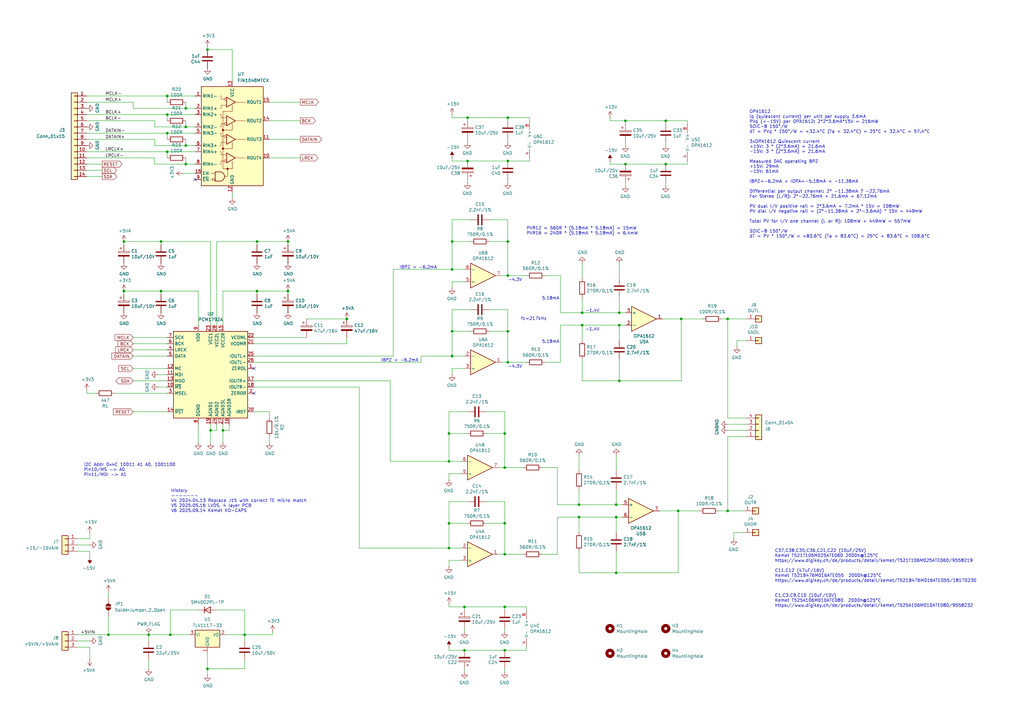
<source format=kicad_sch>
(kicad_sch (version 20250114) (generator "eeschema") (generator_version "9.0")
  (paper "A3")
  (title_block (title "DAC PCM1792A") (date "2025-09-17") (rev "V6"))
  (text "PVR12 = 560R * (5.18mA * 5.18mA) = 15mW\nPVR16 = 240R * (5.18mA * 5.18mA) = 6.4mW\n" (at 215.9 96.52 0) (effects (font (size 1.27 1.27)) (justify left bottom)))
  (text "-4.3V" (at 208.28 151.13 0) (effects (font (size 1.27 1.27)) (justify left bottom)))
  (text "fc=217kHz" (at 218.948 130.81 0) (effects (font (size 1.27 1.27))))
  (text "-1.4V" (at 240.03 128.27 0) (effects (font (size 1.27 1.27)) (justify left bottom)))
  (text "History\n-------\nV4 2024.04.13 Replace J15 with correct TE micro match\nV5 2025.05.16 LVDS, 4 layer PCB\nV6 2025.09.14 Kemet KO-CAPS" (at 70.104 205.486 0) (effects (font (size 1.27 1.27)) (justify left)))
  (text "-1.4V" (at 240.03 135.89 0) (effects (font (size 1.27 1.27)) (justify left bottom)))
  (text "-4.3V" (at 208.28 115.57 0) (effects (font (size 1.27 1.27)) (justify left bottom)))
  (text "5.18mA" (at 222.25 140.97 0) (effects (font (size 1.27 1.27)) (justify left bottom)))
  (text "IBPZ = -6.2mA" (at 156.21 148.59 0) (effects (font (size 1.27 1.27)) (justify left bottom)))
  (text "OPA1612\nIq (quiescent current) per unit per supply 3.6mA\nPVq (+-15V) per OPA1612: 2*2*3.6mA*15V = 216mW\nSOIC-8 150°/W\ndT = PVq * 150°/W = +32.4°C (Ta + 32.4°C) = 25°C + 32.4°C = 57.4°C\n\n3xOPA1612 Quiescent current\n+15V: 3 * (2*3.6mA) = 21.6mA\n-15V: 3 * (2*3.6mA) = 21.6mA\n\nMeasured DAC operating BPZ\n+15V: 29mA\n-15V: 61mA\n\nIBPZ=-6.2mA + IOPA=-5.18mA = -11.38mA\n\nDifferential per output channel: 2* -11.38mA ? -22.76mA\nFor Stereo (L/R): 2*-22.76mA + 21.6mA = 67.12mA\n\nPV dual I/V positive rail = 2*3.6mA = 7.2mA * 15V = 108mW\nPV dial I/V negative rail = (2*-11.38mA + 2*-3.6mA) * 15V = 449mW\n\nTotal PV for I/V one channel (L or R): 108mW + 449mW = 557mW\n\nSOIC-8 150°/W\ndT = PV * 150°/W = +83.6°C (Ta + 83.6°C) = 25°C + 83.6°C = 108.6°C" (at 307.34 97.79 0) (effects (font (size 1.27 1.27)) (justify left bottom)))
  (text "5.18mA" (at 222.25 123.19 0) (effects (font (size 1.27 1.27)) (justify left bottom)))
  (text "I2C Addr 0x4C 10011 A1 A0, 1001100\nPin10/MS -> A0\nPin11/MDI -> A1" (at 34.29 195.58 0) (effects (font (size 1.27 1.27)) (justify left bottom)))
  (text "IBPZ = -6.2mA" (at 163.83 110.49 0) (effects (font (size 1.27 1.27)) (justify left bottom)))
  (text "C37,C38,C35,C36,C21,C22 (10uF/25V)\nKemet T521T106M025ATE060 2000h@125°C\nhttps://www.digikey.ch/de/products/detail/kemet/T521T106M025ATE060/9558219\n\nC11,C12 (47uF/16V)\nKemet T521B476M016ATE055  2000h@125°C\nhttps://www.digikey.ch/de/products/detail/kemet/T521B476M016ATE055/18170230\n\n\nC1,C3,C9,C10 (10uF/10V)\nKemet T525A106M010ATE080  2000h@125°C\nhttps://www.digikey.ch/de/products/detail/kemet/T525A106M010ATE080/9558232\n\n" (at 317.754 238.252 0) (effects (font (size 1.27 1.27)) (justify left)))
  (junction (at 86.36 176.53))
  (junction (at 76.2 59.69))
  (junction (at 252.73 207.01))
  (junction (at 185.42 99.06))
  (junction (at 273.05 49.53))
  (junction (at 256.54 67.31))
  (junction (at 185.42 135.89))
  (junction (at 208.28 148.59))
  (junction (at 91.44 176.53))
  (junction (at 208.28 66.04))
  (junction (at 190.5 248.92))
  (junction (at 273.05 67.31))
  (junction (at 76.2 67.31))
  (junction (at 208.28 113.03))
  (junction (at 278.13 209.55))
  (junction (at 191.77 66.04))
  (junction (at 252.73 212.09))
  (junction (at 191.77 48.26))
  (junction (at 100.33 260.35))
  (junction (at 208.28 99.06))
  (junction (at 184.15 214.63))
  (junction (at 184.15 177.8))
  (junction (at 254 133.35))
  (junction (at 207.01 227.33))
  (junction (at 298.45 209.55))
  (junction (at 85.09 20.32))
  (junction (at 44.45 260.35))
  (junction (at 190.5 266.7))
  (junction (at 254 156.21))
  (junction (at 50.8 119.38))
  (junction (at 105.41 119.38))
  (junction (at 185.42 110.49))
  (junction (at 252.73 234.95))
  (junction (at 68.58 39.37))
  (junction (at 118.11 119.38))
  (junction (at 254 128.27))
  (junction (at 68.58 46.99))
  (junction (at 184.15 189.23))
  (junction (at 85.09 274.32))
  (junction (at 76.2 44.45))
  (junction (at 237.49 212.09))
  (junction (at 118.11 99.06))
  (junction (at 237.49 207.01))
  (junction (at 207.01 214.63))
  (junction (at 184.15 224.79))
  (junction (at 60.96 260.35))
  (junction (at 207.01 266.7))
  (junction (at 69.85 260.35))
  (junction (at 238.76 133.35))
  (junction (at 66.04 99.06))
  (junction (at 76.2 52.07))
  (junction (at 142.24 130.81))
  (junction (at 256.54 49.53))
  (junction (at 207.01 248.92))
  (junction (at 208.28 135.89))
  (junction (at 68.58 54.61))
  (junction (at 238.76 128.27))
  (junction (at 279.4 130.81))
  (junction (at 185.42 146.05))
  (junction (at 50.8 99.06))
  (junction (at 208.28 48.26))
  (junction (at 105.41 99.06))
  (junction (at 207.01 191.77))
  (junction (at 66.04 119.38))
  (junction (at 298.45 130.81))
  (junction (at 68.58 62.23))
  (junction (at 207.01 177.8))
  (no_connect (at 104.14 161.29))
  (no_connect (at 104.14 151.13))
  (no_connect (at 80.01 73.66))
  (wire (pts (xy 44.45 260.35) (xy 60.96 260.35)))
  (wire (pts (xy 91.44 181.61) (xy 91.44 176.53)))
  (wire (pts (xy 184.15 177.8) (xy 191.77 177.8)))
  (wire (pts (xy 31.75 220.98) (xy 36.83 220.98)))
  (wire (pts (xy 68.58 62.23) (xy 68.58 64.77)))
  (wire (pts (xy 184.15 205.74) (xy 184.15 214.63)))
  (wire (pts (xy 76.2 59.69) (xy 80.01 59.69)))
  (wire (pts (xy 105.41 119.38) (xy 118.11 119.38)))
  (wire (pts (xy 254 128.27) (xy 238.76 128.27)))
  (wire (pts (xy 95.25 33.02) (xy 95.25 20.32)))
  (wire (pts (xy 252.73 234.95) (xy 252.73 226.06)))
  (wire (pts (xy 217.17 64.77) (xy 217.17 66.04)))
  (wire (pts (xy 35.56 57.15) (xy 63.5 57.15)))
  (wire (pts (xy 217.17 66.04) (xy 208.28 66.04)))
  (wire (pts (xy 278.13 234.95) (xy 252.73 234.95)))
  (wire (pts (xy 74.93 71.12) (xy 80.01 71.12)))
  (wire (pts (xy 81.28 119.38) (xy 66.04 119.38)))
  (wire (pts (xy 208.28 127) (xy 200.66 127)))
  (wire (pts (xy 68.58 39.37) (xy 68.58 41.91)))
  (wire (pts (xy 64.77 158.75) (xy 68.58 158.75)))
  (wire (pts (xy 281.94 67.31) (xy 273.05 67.31)))
  (wire (pts (xy 110.49 171.45) (xy 110.49 168.91)))
  (wire (pts (xy 184.15 224.79) (xy 189.23 224.79)))
  (wire (pts (xy 54.61 44.45) (xy 76.2 44.45)))
  (wire (pts (xy 254 156.21) (xy 254 147.32)))
  (wire (pts (xy 35.56 161.29) (xy 35.56 160.02)))
  (wire (pts (xy 76.2 57.15) (xy 76.2 59.69)))
  (wire (pts (xy 208.28 48.26) (xy 208.28 49.53)))
  (wire (pts (xy 223.52 148.59) (xy 229.87 148.59)))
  (wire (pts (xy 298.45 176.53) (xy 306.07 176.53)))
  (wire (pts (xy 60.96 262.89) (xy 60.96 260.35)))
  (wire (pts (xy 279.4 130.81) (xy 279.4 156.21)))
  (wire (pts (xy 215.9 250.19) (xy 215.9 248.92)))
  (wire (pts (xy 184.15 189.23) (xy 184.15 177.8)))
  (wire (pts (xy 66.04 119.38) (xy 50.8 119.38)))
  (wire (pts (xy 214.63 191.77) (xy 207.01 191.77)))
  (wire (pts (xy 207.01 227.33) (xy 204.47 227.33)))
  (wire (pts (xy 105.41 99.06) (xy 105.41 100.33)))
  (wire (pts (xy 54.61 168.91) (xy 68.58 168.91)))
  (wire (pts (xy 222.25 191.77) (xy 228.6 191.77)))
  (wire (pts (xy 100.33 260.35) (xy 111.76 260.35)))
  (wire (pts (xy 68.58 54.61) (xy 68.58 57.15)))
  (wire (pts (xy 147.32 224.79) (xy 147.32 158.75)))
  (wire (pts (xy 184.15 229.87) (xy 184.15 232.41)))
  (wire (pts (xy 105.41 119.38) (xy 105.41 120.65)))
  (wire (pts (xy 256.54 49.53) (xy 250.19 49.53)))
  (wire (pts (xy 81.28 250.19) (xy 69.85 250.19)))
  (wire (pts (xy 35.56 62.23) (xy 68.58 62.23)))
  (wire (pts (xy 104.14 140.97) (xy 142.24 140.97)))
  (wire (pts (xy 54.61 143.51) (xy 68.58 143.51)))
  (wire (pts (xy 254 121.92) (xy 254 128.27)))
  (wire (pts (xy 302.26 142.24) (xy 302.26 139.7)))
  (wire (pts (xy 104.14 148.59) (xy 172.72 148.59)))
  (wire (pts (xy 252.73 200.66) (xy 252.73 207.01)))
  (wire (pts (xy 110.49 168.91) (xy 104.14 168.91)))
  (wire (pts (xy 214.63 227.33) (xy 207.01 227.33)))
  (wire (pts (xy 229.87 113.03) (xy 229.87 128.27)))
  (wire (pts (xy 88.9 99.06) (xy 105.41 99.06)))
  (wire (pts (xy 185.42 135.89) (xy 185.42 146.05)))
  (wire (pts (xy 207.01 275.59) (xy 207.01 274.32)))
  (wire (pts (xy 208.28 48.26) (xy 191.77 48.26)))
  (wire (pts (xy 95.25 78.74) (xy 95.25 81.28)))
  (wire (pts (xy 256.54 49.53) (xy 256.54 50.8)))
  (wire (pts (xy 185.42 146.05) (xy 190.5 146.05)))
  (wire (pts (xy 69.85 260.35) (xy 77.47 260.35)))
  (wire (pts (xy 69.85 250.19) (xy 69.85 260.35)))
  (wire (pts (xy 298.45 173.99) (xy 306.07 173.99)))
  (wire (pts (xy 298.45 209.55) (xy 304.8 209.55)))
  (wire (pts (xy 35.56 72.39) (xy 41.91 72.39)))
  (wire (pts (xy 63.5 52.07) (xy 76.2 52.07)))
  (wire (pts (xy 207.01 214.63) (xy 207.01 205.74)))
  (wire (pts (xy 184.15 248.92) (xy 184.15 247.65)))
  (wire (pts (xy 190.5 115.57) (xy 185.42 115.57)))
  (wire (pts (xy 184.15 168.91) (xy 184.15 177.8)))
  (wire (pts (xy 184.15 194.31) (xy 184.15 196.85)))
  (wire (pts (xy 76.2 52.07) (xy 80.01 52.07)))
  (wire (pts (xy 35.56 54.61) (xy 68.58 54.61)))
  (wire (pts (xy 190.5 259.08) (xy 190.5 257.81)))
  (wire (pts (xy 68.58 46.99) (xy 68.58 49.53)))
  (wire (pts (xy 100.33 260.35) (xy 100.33 250.19)))
  (wire (pts (xy 273.05 49.53) (xy 273.05 50.8)))
  (wire (pts (xy 207.01 168.91) (xy 199.39 168.91)))
  (wire (pts (xy 207.01 214.63) (xy 207.01 227.33)))
  (wire (pts (xy 229.87 148.59) (xy 229.87 133.35)))
  (wire (pts (xy 36.83 226.06) (xy 31.75 226.06)))
  (wire (pts (xy 191.77 214.63) (xy 184.15 214.63)))
  (wire (pts (xy 191.77 168.91) (xy 184.15 168.91)))
  (wire (pts (xy 228.6 191.77) (xy 228.6 207.01)))
  (wire (pts (xy 110.49 181.61) (xy 110.49 179.07)))
  (wire (pts (xy 63.5 49.53) (xy 63.5 52.07)))
  (wire (pts (xy 281.94 50.8) (xy 281.94 49.53)))
  (wire (pts (xy 306.07 171.45) (xy 298.45 171.45)))
  (wire (pts (xy 86.36 181.61) (xy 86.36 176.53)))
  (wire (pts (xy 189.23 194.31) (xy 184.15 194.31)))
  (wire (pts (xy 85.09 267.97) (xy 85.09 274.32)))
  (wire (pts (xy 215.9 265.43) (xy 215.9 266.7)))
  (wire (pts (xy 193.04 135.89) (xy 185.42 135.89)))
  (wire (pts (xy 185.42 151.13) (xy 185.42 153.67)))
  (wire (pts (xy 229.87 133.35) (xy 238.76 133.35)))
  (wire (pts (xy 118.11 99.06) (xy 118.11 100.33)))
  (wire (pts (xy 273.05 76.2) (xy 273.05 74.93)))
  (wire (pts (xy 125.73 130.81) (xy 142.24 130.81)))
  (wire (pts (xy 68.58 62.23) (xy 80.01 62.23)))
  (wire (pts (xy 68.58 54.61) (xy 80.01 54.61)))
  (wire (pts (xy 237.49 212.09) (xy 237.49 218.44)))
  (wire (pts (xy 35.56 64.77) (xy 63.5 64.77)))
  (wire (pts (xy 208.28 66.04) (xy 191.77 66.04)))
  (wire (pts (xy 193.04 90.17) (xy 185.42 90.17)))
  (wire (pts (xy 160.02 189.23) (xy 184.15 189.23)))
  (wire (pts (xy 237.49 234.95) (xy 252.73 234.95)))
  (wire (pts (xy 190.5 248.92) (xy 190.5 250.19)))
  (wire (pts (xy 31.75 223.52) (xy 36.83 223.52)))
  (wire (pts (xy 191.77 74.93) (xy 191.77 73.66)))
  (wire (pts (xy 238.76 128.27) (xy 238.76 121.92)))
  (wire (pts (xy 118.11 119.38) (xy 118.11 120.65)))
  (wire (pts (xy 190.5 110.49) (xy 185.42 110.49)))
  (wire (pts (xy 88.9 176.53) (xy 88.9 173.99)))
  (wire (pts (xy 85.09 19.05) (xy 85.09 20.32)))
  (wire (pts (xy 142.24 140.97) (xy 142.24 138.43)))
  (wire (pts (xy 252.73 193.04) (xy 252.73 186.69)))
  (wire (pts (xy 252.73 207.01) (xy 237.49 207.01)))
  (wire (pts (xy 208.28 90.17) (xy 200.66 90.17)))
  (wire (pts (xy 147.32 158.75) (xy 104.14 158.75)))
  (wire (pts (xy 254 114.3) (xy 254 107.95)))
  (wire (pts (xy 76.2 41.91) (xy 76.2 44.45)))
  (wire (pts (xy 200.66 135.89) (xy 208.28 135.89)))
  (wire (pts (xy 81.28 133.35) (xy 81.28 119.38)))
  (wire (pts (xy 36.83 220.98) (xy 36.83 218.44)))
  (wire (pts (xy 44.45 252.73) (xy 44.45 260.35)))
  (wire (pts (xy 172.72 148.59) (xy 172.72 146.05)))
  (wire (pts (xy 190.5 151.13) (xy 185.42 151.13)))
  (wire (pts (xy 110.49 49.53) (xy 123.19 49.53)))
  (wire (pts (xy 254 133.35) (xy 256.54 133.35)))
  (wire (pts (xy 217.17 49.53) (xy 217.17 48.26)))
  (wire (pts (xy 273.05 49.53) (xy 256.54 49.53)))
  (wire (pts (xy 270.51 209.55) (xy 278.13 209.55)))
  (wire (pts (xy 207.01 259.08) (xy 207.01 257.81)))
  (wire (pts (xy 189.23 229.87) (xy 184.15 229.87)))
  (wire (pts (xy 191.77 58.42) (xy 191.77 57.15)))
  (wire (pts (xy 207.01 191.77) (xy 204.47 191.77)))
  (wire (pts (xy 193.04 127) (xy 185.42 127)))
  (wire (pts (xy 46.99 161.29) (xy 68.58 161.29)))
  (wire (pts (xy 100.33 250.19) (xy 88.9 250.19)))
  (wire (pts (xy 208.28 99.06) (xy 208.28 90.17)))
  (wire (pts (xy 207.01 266.7) (xy 190.5 266.7)))
  (wire (pts (xy 191.77 48.26) (xy 191.77 49.53)))
  (wire (pts (xy 228.6 227.33) (xy 228.6 212.09)))
  (wire (pts (xy 35.56 41.91) (xy 54.61 41.91)))
  (wire (pts (xy 279.4 130.81) (xy 288.29 130.81)))
  (wire (pts (xy 238.76 147.32) (xy 238.76 156.21)))
  (wire (pts (xy 199.39 214.63) (xy 207.01 214.63)))
  (wire (pts (xy 199.39 177.8) (xy 207.01 177.8)))
  (wire (pts (xy 111.76 260.35) (xy 111.76 259.08)))
  (wire (pts (xy 191.77 48.26) (xy 185.42 48.26)))
  (wire (pts (xy 254 139.7) (xy 254 133.35)))
  (wire (pts (xy 238.76 114.3) (xy 238.76 107.95)))
  (wire (pts (xy 36.83 265.43) (xy 31.75 265.43)))
  (wire (pts (xy 35.56 49.53) (xy 63.5 49.53)))
  (wire (pts (xy 31.75 260.35) (xy 44.45 260.35)))
  (wire (pts (xy 298.45 179.07) (xy 298.45 209.55)))
  (wire (pts (xy 63.5 64.77) (xy 63.5 67.31)))
  (wire (pts (xy 185.42 110.49) (xy 185.42 99.06)))
  (wire (pts (xy 208.28 135.89) (xy 208.28 127)))
  (wire (pts (xy 215.9 248.92) (xy 207.01 248.92)))
  (wire (pts (xy 190.5 248.92) (xy 184.15 248.92)))
  (wire (pts (xy 85.09 276.86) (xy 85.09 274.32)))
  (wire (pts (xy 238.76 133.35) (xy 254 133.35)))
  (wire (pts (xy 185.42 99.06) (xy 193.04 99.06)))
  (wire (pts (xy 76.2 67.31) (xy 80.01 67.31)))
  (wire (pts (xy 278.13 209.55) (xy 287.02 209.55)))
  (wire (pts (xy 281.94 66.04) (xy 281.94 67.31)))
  (wire (pts (xy 68.58 46.99) (xy 80.01 46.99)))
  (wire (pts (xy 295.91 130.81) (xy 298.45 130.81)))
  (wire (pts (xy 85.09 274.32) (xy 100.33 274.32)))
  (wire (pts (xy 54.61 138.43) (xy 68.58 138.43)))
  (wire (pts (xy 207.01 248.92) (xy 207.01 250.19)))
  (wire (pts (xy 93.98 176.53) (xy 93.98 173.99)))
  (wire (pts (xy 63.5 67.31) (xy 76.2 67.31)))
  (wire (pts (xy 66.04 99.06) (xy 86.36 99.06)))
  (wire (pts (xy 50.8 119.38) (xy 50.8 120.65)))
  (wire (pts (xy 100.33 274.32) (xy 100.33 270.51)))
  (wire (pts (xy 54.61 151.13) (xy 68.58 151.13)))
  (wire (pts (xy 161.29 110.49) (xy 185.42 110.49)))
  (wire (pts (xy 200.66 99.06) (xy 208.28 99.06)))
  (wire (pts (xy 298.45 171.45) (xy 298.45 130.81)))
  (wire (pts (xy 184.15 266.7) (xy 184.15 265.43)))
  (wire (pts (xy 237.49 207.01) (xy 237.49 200.66)))
  (wire (pts (xy 208.28 148.59) (xy 205.74 148.59)))
  (wire (pts (xy 86.36 176.53) (xy 88.9 176.53)))
  (wire (pts (xy 91.44 133.35) (xy 91.44 119.38)))
  (wire (pts (xy 256.54 59.69) (xy 256.54 58.42)))
  (wire (pts (xy 185.42 66.04) (xy 185.42 64.77)))
  (wire (pts (xy 273.05 59.69) (xy 273.05 58.42)))
  (wire (pts (xy 86.36 133.35) (xy 86.36 99.06)))
  (wire (pts (xy 54.61 140.97) (xy 68.58 140.97)))
  (wire (pts (xy 91.44 119.38) (xy 105.41 119.38)))
  (wire (pts (xy 191.77 205.74) (xy 184.15 205.74)))
  (wire (pts (xy 110.49 41.91) (xy 123.19 41.91)))
  (wire (pts (xy 215.9 113.03) (xy 208.28 113.03)))
  (wire (pts (xy 31.75 262.89) (xy 36.83 262.89)))
  (wire (pts (xy 92.71 260.35) (xy 100.33 260.35)))
  (wire (pts (xy 64.77 153.67) (xy 68.58 153.67)))
  (wire (pts (xy 35.56 67.31) (xy 41.91 67.31)))
  (wire (pts (xy 190.5 275.59) (xy 190.5 274.32)))
  (wire (pts (xy 36.83 228.6) (xy 36.83 226.06)))
  (wire (pts (xy 104.14 156.21) (xy 160.02 156.21)))
  (wire (pts (xy 208.28 113.03) (xy 205.74 113.03)))
  (wire (pts (xy 252.73 218.44) (xy 252.73 212.09)))
  (wire (pts (xy 44.45 242.57) (xy 44.45 245.11)))
  (wire (pts (xy 185.42 127) (xy 185.42 135.89)))
  (wire (pts (xy 185.42 48.26) (xy 185.42 46.99)))
  (wire (pts (xy 76.2 44.45) (xy 80.01 44.45)))
  (wire (pts (xy 184.15 224.79) (xy 147.32 224.79)))
  (wire (pts (xy 36.83 265.43) (xy 36.83 270.51)))
  (wire (pts (xy 208.28 99.06) (xy 208.28 113.03)))
  (wire (pts (xy 208.28 135.89) (xy 208.28 148.59)))
  (wire (pts (xy 68.58 156.21) (xy 54.61 156.21)))
  (wire (pts (xy 237.49 212.09) (xy 252.73 212.09)))
  (wire (pts (xy 252.73 212.09) (xy 255.27 212.09)))
  (wire (pts (xy 256.54 76.2) (xy 256.54 74.93)))
  (wire (pts (xy 215.9 266.7) (xy 207.01 266.7)))
  (wire (pts (xy 238.76 133.35) (xy 238.76 139.7)))
  (wire (pts (xy 278.13 209.55) (xy 278.13 234.95)))
  (wire (pts (xy 88.9 133.35) (xy 88.9 99.06)))
  (wire (pts (xy 54.61 41.91) (xy 54.61 44.45)))
  (wire (pts (xy 60.96 274.32) (xy 60.96 270.51)))
  (wire (pts (xy 190.5 266.7) (xy 184.15 266.7)))
  (wire (pts (xy 191.77 66.04) (xy 185.42 66.04)))
  (wire (pts (xy 273.05 67.31) (xy 256.54 67.31)))
  (wire (pts (xy 68.58 39.37) (xy 80.01 39.37)))
  (wire (pts (xy 63.5 59.69) (xy 76.2 59.69)))
  (wire (pts (xy 91.44 176.53) (xy 93.98 176.53)))
  (wire (pts (xy 215.9 148.59) (xy 208.28 148.59)))
  (wire (pts (xy 110.49 57.15) (xy 123.19 57.15)))
  (wire (pts (xy 95.25 20.32) (xy 85.09 20.32)))
  (wire (pts (xy 185.42 115.57) (xy 185.42 118.11)))
  (wire (pts (xy 250.19 49.53) (xy 250.19 48.26)))
  (wire (pts (xy 229.87 128.27) (xy 238.76 128.27)))
  (wire (pts (xy 161.29 146.05) (xy 161.29 110.49)))
  (wire (pts (xy 184.15 214.63) (xy 184.15 224.79)))
  (wire (pts (xy 160.02 156.21) (xy 160.02 189.23)))
  (wire (pts (xy 250.19 67.31) (xy 250.19 66.04)))
  (wire (pts (xy 39.37 161.29) (xy 35.56 161.29)))
  (wire (pts (xy 207.01 177.8) (xy 207.01 168.91)))
  (wire (pts (xy 104.14 146.05) (xy 161.29 146.05)))
  (wire (pts (xy 256.54 128.27) (xy 254 128.27)))
  (wire (pts (xy 281.94 49.53) (xy 273.05 49.53)))
  (wire (pts (xy 294.64 209.55) (xy 298.45 209.55)))
  (wire (pts (xy 237.49 193.04) (xy 237.49 186.69)))
  (wire (pts (xy 100.33 262.89) (xy 100.33 260.35)))
  (wire (pts (xy 35.56 46.99) (xy 68.58 46.99)))
  (wire (pts (xy 81.28 181.61) (xy 81.28 173.99)))
  (wire (pts (xy 54.61 146.05) (xy 68.58 146.05)))
  (wire (pts (xy 255.27 207.01) (xy 252.73 207.01)))
  (wire (pts (xy 207.01 177.8) (xy 207.01 191.77)))
  (wire (pts (xy 238.76 156.21) (xy 254 156.21)))
  (wire (pts (xy 300.99 220.98) (xy 300.99 218.44)))
  (wire (pts (xy 172.72 146.05) (xy 185.42 146.05)))
  (wire (pts (xy 63.5 57.15) (xy 63.5 59.69)))
  (wire (pts (xy 298.45 130.81) (xy 306.07 130.81)))
  (wire (pts (xy 271.78 130.81) (xy 279.4 130.81)))
  (wire (pts (xy 86.36 176.53) (xy 86.36 173.99)))
  (wire (pts (xy 35.56 69.85) (xy 41.91 69.85)))
  (wire (pts (xy 222.25 227.33) (xy 228.6 227.33)))
  (wire (pts (xy 207.01 205.74) (xy 199.39 205.74)))
  (wire (pts (xy 60.96 260.35) (xy 69.85 260.35)))
  (wire (pts (xy 76.2 64.77) (xy 76.2 67.31)))
  (wire (pts (xy 189.23 189.23) (xy 184.15 189.23)))
  (wire (pts (xy 228.6 207.01) (xy 237.49 207.01)))
  (wire (pts (xy 76.2 49.53) (xy 76.2 52.07)))
  (wire (pts (xy 208.28 58.42) (xy 208.28 57.15)))
  (wire (pts (xy 223.52 113.03) (xy 229.87 113.03)))
  (wire (pts (xy 91.44 176.53) (xy 91.44 173.99)))
  (wire (pts (xy 125.73 138.43) (xy 104.14 138.43)))
  (wire (pts (xy 237.49 226.06) (xy 237.49 234.95)))
  (wire (pts (xy 228.6 212.09) (xy 237.49 212.09)))
  (wire (pts (xy 279.4 156.21) (xy 254 156.21)))
  (wire (pts (xy 256.54 67.31) (xy 250.19 67.31)))
  (wire (pts (xy 50.8 99.06) (xy 50.8 100.33)))
  (wire (pts (xy 217.17 48.26) (xy 208.28 48.26)))
  (wire (pts (xy 66.04 120.65) (xy 66.04 119.38)))
  (wire (pts (xy 207.01 248.92) (xy 190.5 248.92)))
  (wire (pts (xy 66.04 99.06) (xy 50.8 99.06)))
  (wire (pts (xy 185.42 90.17) (xy 185.42 99.06)))
  (wire (pts (xy 35.56 39.37) (xy 68.58 39.37)))
  (wire (pts (xy 306.07 179.07) (xy 298.45 179.07)))
  (wire (pts (xy 300.99 218.44) (xy 304.8 218.44)))
  (wire (pts (xy 208.28 74.93) (xy 208.28 73.66)))
  (wire (pts (xy 105.41 99.06) (xy 118.11 99.06)))
  (wire (pts (xy 66.04 100.33) (xy 66.04 99.06)))
  (wire (pts (xy 302.26 139.7) (xy 306.07 139.7)))
  (wire (pts (xy 110.49 64.77) (xy 123.19 64.77)))
  (label "LRCLK+" (at 43.18 62.23 0))
  (label "DATAIN+" (at 43.18 57.15 0))
  (label "+5VIN" (at 33.02 260.35 0))
  (label "BCLK+" (at 43.18 46.99 0))
  (label "MCLK-" (at 43.18 39.37 0))
  (label "DATAIN-" (at 43.18 54.61 0))
  (label "LRCLK-" (at 43.18 64.77 0))
  (label "MCLK+" (at 43.18 41.91 0))
  (label "BCLK-" (at 43.18 49.53 0))
  (global_label "MCLK" (shape output) (at 123.19 41.91 0) (property "Intersheetrefs" "${INTERSHEET_REFS}" (effects (hide yes))))
  (global_label "DATAIN" (shape input) (at 54.61 146.05 180) (property "Intersheetrefs" "${INTERSHEET_REFS}" (effects (hide yes))))
  (global_label "LRCK" (shape input) (at 54.61 143.51 180) (property "Intersheetrefs" "${INTERSHEET_REFS}" (effects (hide yes))))
  (global_label "LRCK" (shape output) (at 123.19 64.77 0) (property "Intersheetrefs" "${INTERSHEET_REFS}" (effects (hide yes))))
  (global_label "BCK" (shape output) (at 123.19 49.53 0) (property "Intersheetrefs" "${INTERSHEET_REFS}" (effects (hide yes))))
  (global_label "MCLK" (shape input) (at 54.61 138.43 180) (property "Intersheetrefs" "${INTERSHEET_REFS}" (effects (hide yes))))
  (global_label "BCK" (shape input) (at 54.61 140.97 180) (property "Intersheetrefs" "${INTERSHEET_REFS}" (effects (hide yes))))
  (global_label "SCL" (shape input) (at 54.61 151.13 180) (property "Intersheetrefs" "${INTERSHEET_REFS}" (effects (hide yes))))
  (global_label "SDA" (shape output) (at 41.91 72.39 0) (property "Intersheetrefs" "${INTERSHEET_REFS}" (effects (hide yes))))
  (global_label "SDA" (shape bidirectional) (at 54.61 156.21 180) (property "Intersheetrefs" "${INTERSHEET_REFS}" (effects (hide yes))))
  (global_label "DATAIN" (shape output) (at 123.19 57.15 0) (property "Intersheetrefs" "${INTERSHEET_REFS}" (effects (hide yes))))
  (global_label "RESET" (shape input) (at 54.61 168.91 180) (property "Intersheetrefs" "${INTERSHEET_REFS}" (effects (hide yes))))
  (global_label "SCL" (shape output) (at 41.91 69.85 0) (property "Intersheetrefs" "${INTERSHEET_REFS}" (effects (hide yes))))
  (global_label "RESET" (shape output) (at 41.91 67.31 0) (property "Intersheetrefs" "${INTERSHEET_REFS}" (effects (hide yes))))
  (symbol (lib_id "Mechanical:MountingHole") (at 250.19 257.81 0) (unit 1)
    (property "Reference" "H1" (at 252.73 256.6416 0) (effects (justify left)))
    (property "Value" "MountingHole" (at 252.73 258.953 0) (effects (justify left)))
    (property "Footprint" "MountingHole:MountingHole_3.2mm_M3_Pad_Via" (effects (hide yes)))
  )
  (symbol (lib_id "Mechanical:MountingHole") (at 273.05 257.81 0) (unit 1)
    (property "Reference" "H3" (at 275.59 256.6416 0) (effects (justify left)))
    (property "Value" "MountingHole" (at 275.59 258.953 0) (effects (justify left)))
    (property "Footprint" "MountingHole:MountingHole_3.2mm_M3_Pad_Via" (effects (hide yes)))
  )
  (symbol (lib_id "Mechanical:MountingHole") (at 250.19 267.97 0) (unit 1)
    (property "Reference" "H2" (at 252.73 266.8016 0) (effects (justify left)))
    (property "Value" "MountingHole" (at 252.73 269.113 0) (effects (justify left)))
    (property "Footprint" "MountingHole:MountingHole_3.2mm_M3_Pad_Via" (effects (hide yes)))
  )
  (symbol (lib_id "Mechanical:MountingHole") (at 273.05 267.97 0) (unit 1)
    (property "Reference" "H4" (at 275.59 266.8016 0) (effects (justify left)))
    (property "Value" "MountingHole" (at 275.59 269.113 0) (effects (justify left)))
    (property "Footprint" "MountingHole:MountingHole_3.2mm_M3_Pad_Via" (effects (hide yes)))
  )
  (symbol (lib_id "power:PWR_FLAG") (at 60.96 260.35 0) (unit 1)
    (property "Reference" "#FLG0102" (effects (hide yes)))
    (property "Value" "PWR_FLAG" (at 60.96 255.9558 0))
    (property "Description" "Special symbol for telling ERC where power comes from" (effects (hide yes)))
  )
  (symbol (lib_id "power:GND") (at 85.09 276.86 0) (unit 1)
    (property "Reference" "#PWR0102" (effects (hide yes)))
    (property "Value" "GND" (at 85.217 281.2542 0))
    (property "Description" "Power symbol creates a global label with name \"GND\" , ground" (effects (hide yes)))
  )
  (symbol (lib_id "Device:C_Polarized") (at 256.54 54.61 0) (unit 1)
    (property "Reference" "C35" (at 259.5372 53.4416 0) (effects (justify left)))
    (property "Value" "10uF/25V" (at 259.5372 55.753 0) (effects (justify left)))
    (property "Footprint" "Capacitor_Tantalum_SMD:CP_EIA-3528-12_Kemet-T_HandSolder" (effects (hide yes)))
    (property "Datasheet" "https://www.digikey.ch/de/products/detail/kemet/T521T106M025ATE060/9558219" (effects (hide yes)))
    (property "Description" "Polarized capacitor" (effects (hide yes)))
  )
  (symbol (lib_id "Device:C_Polarized") (at 256.54 71.12 180) (unit 1)
    (property "Reference" "C36" (at 253.5428 72.2884 0) (effects (justify left)))
    (property "Value" "10uF/25V" (at 253.5428 69.977 0) (effects (justify left)))
    (property "Footprint" "Capacitor_Tantalum_SMD:CP_EIA-3528-12_Kemet-T_HandSolder" (effects (hide yes)))
    (property "Datasheet" "https://www.digikey.ch/de/products/detail/kemet/T521T106M025ATE060/9558219" (effects (hide yes)))
    (property "Description" "Polarized capacitor" (effects (hide yes)))
  )
  (symbol (lib_id "Device:C") (at 273.05 54.61 0) (unit 1)
    (property "Reference" "C33" (at 275.971 53.4416 0) (effects (justify left)))
    (property "Value" "1uF" (at 275.971 55.753 0) (effects (justify left)))
    (property "Footprint" "Capacitor_SMD:C_0603_1608Metric_Pad1.08x0.95mm_HandSolder" (effects (hide yes)))
  )
  (symbol (lib_id "Device:C") (at 273.05 71.12 180) (unit 1)
    (property "Reference" "C34" (at 270.129 72.2884 0) (effects (justify left)))
    (property "Value" "1uF" (at 270.129 69.977 0) (effects (justify left)))
    (property "Footprint" "Capacitor_SMD:C_0603_1608Metric_Pad1.08x0.95mm_HandSolder" (effects (hide yes)))
  )
  (symbol (lib_id "Amplifier_Operational:OPA1678") (at 284.48 58.42 0) (unit 3)
    (property "Reference" "U5" (at 283.4132 57.2516 0) (effects (justify left)))
    (property "Value" "OPA1612" (at 283.4132 59.563 0) (effects (justify left)))
    (property "Footprint" "Package_SO:SOIC-8_3.9x4.9mm_P1.27mm" (effects (hide yes)))
    (property "Datasheet" "http://www.ti.com/lit/ds/symlink/opa1678.pdf" (effects (hide yes)))
  )
  (symbol (lib_id "power:+3.3V") (at 111.76 259.08 0) (unit 1)
    (property "Reference" "#PWR0105" (effects (hide yes)))
    (property "Value" "+3V3" (at 112.141 254.6858 0))
    (property "Description" "Power symbol creates a global label with name \"+3.3V\"" (effects (hide yes)))
  )
  (symbol (lib_id "power:GND") (at 60.96 274.32 0) (unit 1)
    (property "Reference" "#PWR0101" (effects (hide yes)))
    (property "Value" "GND" (at 61.087 278.7142 0))
    (property "Description" "Power symbol creates a global label with name \"GND\" , ground" (effects (hide yes)))
  )
  (symbol (lib_id "power:GND") (at 36.83 223.52 90) (unit 1)
    (property "Reference" "#PWR0139" (effects (hide yes)))
    (property "Value" "GND" (at 41.2242 223.393 0))
    (property "Description" "Power symbol creates a global label with name \"GND\" , ground" (effects (hide yes)))
  )
  (symbol (lib_id "power:+15V") (at 36.83 218.44 0) (unit 1)
    (property "Reference" "#PWR0140" (effects (hide yes)))
    (property "Value" "+15V" (at 37.211 214.0458 0))
    (property "Description" "Power symbol creates a global label with name \"+15V\"" (effects (hide yes)))
  )
  (symbol (lib_id "power:-15V") (at 36.83 228.6 180) (unit 1)
    (property "Reference" "#PWR0141" (effects (hide yes)))
    (property "Value" "-15V" (at 36.449 232.9942 0))
    (property "Description" "Power symbol creates a global label with name \"-15V\"" (effects (hide yes)))
  )
  (symbol (lib_id "Connector_Generic:Conn_01x01") (at 311.15 130.81 0) (mirror x) (unit 1)
    (property "Reference" "J9" (at 309.0672 125.095 0))
    (property "Value" "OUTL" (at 309.0672 127.4064 0))
    (property "Footprint" "Connector_Pin:Pin_D1.0mm_L10.0mm" (effects (hide yes)))
  )
  (symbol (lib_id "Connector_Generic:Conn_01x01") (at 311.15 139.7 0) (mirror x) (unit 1)
    (property "Reference" "J10" (at 309.0672 133.985 0))
    (property "Value" "GNDL" (at 309.0672 136.2964 0))
    (property "Footprint" "Connector_Pin:Pin_D1.0mm_L10.0mm" (effects (hide yes)))
  )
  (symbol (lib_id "power:GND") (at 302.26 142.24 0) (mirror y) (unit 1)
    (property "Reference" "#PWR0143" (effects (hide yes)))
    (property "Value" "GND" (at 302.133 146.6342 0))
    (property "Description" "Power symbol creates a global label with name \"GND\" , ground" (effects (hide yes)))
  )
  (symbol (lib_id "Audio:PCM1792A") (at 86.36 153.67 0) (unit 1)
    (property "Reference" "U2" (at 86.36 128.7526 0))
    (property "Value" "PCM1792A" (at 86.36 131.064 0))
    (property "Footprint" "Package_SO:SSOP-28_5.3x10.2mm_P0.65mm" (effects (hide yes)))
    (property "Datasheet" "http://www.ti.com/lit/ds/symlink/pcm1792a.pdf" (effects (hide yes)))
  )
  (symbol (lib_id "Device:C") (at 66.04 124.46 0) (unit 1)
    (property "Reference" "C6" (at 68.961 123.2916 0) (effects (justify left)))
    (property "Value" "1uF" (at 68.961 125.603 0) (effects (justify left)))
    (property "Footprint" "Capacitor_SMD:C_0603_1608Metric_Pad1.08x0.95mm_HandSolder" (effects (hide yes)))
  )
  (symbol (lib_id "Device:C_Polarized") (at 50.8 124.46 0) (unit 1)
    (property "Reference" "C3" (at 53.7972 123.2916 0) (effects (justify left)))
    (property "Value" "10uF/10V" (at 53.7972 125.603 0) (effects (justify left)))
    (property "Footprint" "Capacitor_Tantalum_SMD:CP_EIA-3216-18_Kemet-A_HandSolder" (effects (hide yes)))
    (property "Datasheet" "https://www.digikey.ch/de/products/detail/kemet/T525A106M010ATE080/9558232" (effects (hide yes)))
    (property "Description" "Polarized capacitor" (effects (hide yes)))
  )
  (symbol (lib_id "power:GND") (at 50.8 128.27 0) (unit 1)
    (property "Reference" "#PWR05" (effects (hide yes)))
    (property "Value" "GND" (at 50.927 132.6642 0))
    (property "Description" "Power symbol creates a global label with name \"GND\" , ground" (effects (hide yes)))
  )
  (symbol (lib_id "power:GND") (at 66.04 128.27 0) (unit 1)
    (property "Reference" "#PWR09" (effects (hide yes)))
    (property "Value" "GND" (at 66.167 132.6642 0))
    (property "Description" "Power symbol creates a global label with name \"GND\" , ground" (effects (hide yes)))
  )
  (symbol (lib_id "power:+3.3V") (at 50.8 119.38 0) (unit 1)
    (property "Reference" "#PWR04" (effects (hide yes)))
    (property "Value" "+3V3" (at 51.181 114.9858 0))
    (property "Description" "Power symbol creates a global label with name \"+3.3V\"" (effects (hide yes)))
  )
  (symbol (lib_id "Device:C") (at 66.04 104.14 0) (unit 1)
    (property "Reference" "C5" (at 68.961 102.9716 0) (effects (justify left)))
    (property "Value" "1uF" (at 68.961 105.283 0) (effects (justify left)))
    (property "Footprint" "Capacitor_SMD:C_0603_1608Metric_Pad1.08x0.95mm_HandSolder" (effects (hide yes)))
  )
  (symbol (lib_id "Device:C_Polarized") (at 50.8 104.14 0) (unit 1)
    (property "Reference" "C1" (at 53.7972 102.9716 0) (effects (justify left)))
    (property "Value" "10uF/10V" (at 53.7972 105.283 0) (effects (justify left)))
    (property "Footprint" "Capacitor_Tantalum_SMD:CP_EIA-3216-18_Kemet-A_HandSolder" (effects (hide yes)))
    (property "Datasheet" "https://www.digikey.ch/de/products/detail/kemet/T525A106M010ATE080/9558232" (effects (hide yes)))
    (property "Description" "Polarized capacitor" (effects (hide yes)))
  )
  (symbol (lib_id "power:GND") (at 50.8 107.95 0) (unit 1)
    (property "Reference" "#PWR03" (effects (hide yes)))
    (property "Value" "GND" (at 50.927 112.3442 0))
    (property "Description" "Power symbol creates a global label with name \"GND\" , ground" (effects (hide yes)))
  )
  (symbol (lib_id "power:GND") (at 66.04 107.95 0) (unit 1)
    (property "Reference" "#PWR08" (effects (hide yes)))
    (property "Value" "GND" (at 66.167 112.3442 0))
    (property "Description" "Power symbol creates a global label with name \"GND\" , ground" (effects (hide yes)))
  )
  (symbol (lib_id "power:GND") (at 273.05 76.2 0) (mirror y) (unit 1)
    (property "Reference" "#PWR0162" (effects (hide yes)))
    (property "Value" "GND" (at 272.923 80.5942 0))
    (property "Description" "Power symbol creates a global label with name \"GND\" , ground" (effects (hide yes)))
  )
  (symbol (lib_id "power:GND") (at 273.05 59.69 0) (mirror y) (unit 1)
    (property "Reference" "#PWR0163" (effects (hide yes)))
    (property "Value" "GND" (at 272.923 64.0842 0))
    (property "Description" "Power symbol creates a global label with name \"GND\" , ground" (effects (hide yes)))
  )
  (symbol (lib_id "power:+5VA") (at 50.8 99.06 0) (unit 1)
    (property "Reference" "#PWR02" (effects (hide yes)))
    (property "Value" "+5VA" (at 51.181 94.6658 0))
    (property "Description" "Power symbol creates a global label with name \"+5VA\"" (effects (hide yes)))
  )
  (symbol (lib_id "Device:C") (at 105.41 124.46 0) (unit 1)
    (property "Reference" "C8" (at 108.331 123.2916 0) (effects (justify left)))
    (property "Value" "1uF" (at 108.331 125.603 0) (effects (justify left)))
    (property "Footprint" "Capacitor_SMD:C_0603_1608Metric_Pad1.08x0.95mm_HandSolder" (effects (hide yes)))
  )
  (symbol (lib_id "power:GND") (at 105.41 128.27 0) (unit 1)
    (property "Reference" "#PWR015" (effects (hide yes)))
    (property "Value" "GND" (at 105.537 132.6642 0))
    (property "Description" "Power symbol creates a global label with name \"GND\" , ground" (effects (hide yes)))
  )
  (symbol (lib_id "Device:C_Polarized") (at 118.11 124.46 0) (unit 1)
    (property "Reference" "C10" (at 121.1072 123.2916 0) (effects (justify left)))
    (property "Value" "10uF/10V" (at 121.1072 125.603 0) (effects (justify left)))
    (property "Footprint" "Capacitor_Tantalum_SMD:CP_EIA-3216-18_Kemet-A_HandSolder" (effects (hide yes)))
    (property "Datasheet" "https://www.digikey.ch/de/products/detail/kemet/T525A106M010ATE080/9558232" (effects (hide yes)))
    (property "Description" "Polarized capacitor" (effects (hide yes)))
  )
  (symbol (lib_id "power:GND") (at 118.11 128.27 0) (unit 1)
    (property "Reference" "#PWR020" (effects (hide yes)))
    (property "Value" "GND" (at 118.237 132.6642 0))
    (property "Description" "Power symbol creates a global label with name \"GND\" , ground" (effects (hide yes)))
  )
  (symbol (lib_id "power:GND") (at 256.54 76.2 0) (mirror y) (unit 1)
    (property "Reference" "#PWR0164" (effects (hide yes)))
    (property "Value" "GND" (at 256.413 80.5942 0))
    (property "Description" "Power symbol creates a global label with name \"GND\" , ground" (effects (hide yes)))
  )
  (symbol (lib_id "power:GND") (at 256.54 59.69 0) (mirror y) (unit 1)
    (property "Reference" "#PWR0166" (effects (hide yes)))
    (property "Value" "GND" (at 256.413 64.0842 0))
    (property "Description" "Power symbol creates a global label with name \"GND\" , ground" (effects (hide yes)))
  )
  (symbol (lib_id "power:+5VA") (at 118.11 119.38 0) (unit 1)
    (property "Reference" "#PWR019" (effects (hide yes)))
    (property "Value" "+5VA" (at 118.491 114.9858 0))
    (property "Description" "Power symbol creates a global label with name \"+5VA\"" (effects (hide yes)))
  )
  (symbol (lib_id "Device:C") (at 105.41 104.14 0) (unit 1)
    (property "Reference" "C7" (at 108.331 102.9716 0) (effects (justify left)))
    (property "Value" "1uF" (at 108.331 105.283 0) (effects (justify left)))
    (property "Footprint" "Capacitor_SMD:C_0603_1608Metric_Pad1.08x0.95mm_HandSolder" (effects (hide yes)))
  )
  (symbol (lib_id "power:GND") (at 105.41 107.95 0) (unit 1)
    (property "Reference" "#PWR014" (effects (hide yes)))
    (property "Value" "GND" (at 105.537 112.3442 0))
    (property "Description" "Power symbol creates a global label with name \"GND\" , ground" (effects (hide yes)))
  )
  (symbol (lib_id "Device:C_Polarized") (at 118.11 104.14 0) (unit 1)
    (property "Reference" "C9" (at 121.1072 102.9716 0) (effects (justify left)))
    (property "Value" "10uF/10V" (at 121.1072 105.283 0) (effects (justify left)))
    (property "Footprint" "Capacitor_Tantalum_SMD:CP_EIA-3216-18_Kemet-A_HandSolder" (effects (hide yes)))
    (property "Datasheet" "https://www.digikey.ch/de/products/detail/kemet/T525A106M010ATE080/9558232" (effects (hide yes)))
    (property "Description" "Polarized capacitor" (effects (hide yes)))
  )
  (symbol (lib_id "power:GND") (at 118.11 107.95 0) (unit 1)
    (property "Reference" "#PWR018" (effects (hide yes)))
    (property "Value" "GND" (at 118.237 112.3442 0))
    (property "Description" "Power symbol creates a global label with name \"GND\" , ground" (effects (hide yes)))
  )
  (symbol (lib_id "power:+5VA") (at 118.11 99.06 0) (unit 1)
    (property "Reference" "#PWR017" (effects (hide yes)))
    (property "Value" "+5VA" (at 118.491 94.6658 0))
    (property "Description" "Power symbol creates a global label with name \"+5VA\"" (effects (hide yes)))
  )
  (symbol (lib_id "Device:C_Polarized") (at 125.73 134.62 0) (unit 1)
    (property "Reference" "C11" (at 128.7272 133.4516 0) (effects (justify left)))
    (property "Value" "47uF/16V" (at 128.7272 135.763 0) (effects (justify left)))
    (property "Footprint" "Capacitor_Tantalum_SMD:CP_EIA-3528-21_Kemet-B_HandSolder" (effects (hide yes)))
    (property "Datasheet" "https://www.digikey.ch/de/products/detail/kemet/T521B476M016ATE055/18170230" (effects (hide yes)))
    (property "Description" "Polarized capacitor" (effects (hide yes)))
  )
  (symbol (lib_id "Device:C_Polarized") (at 142.24 134.62 0) (unit 1)
    (property "Reference" "C12" (at 145.2372 133.4516 0) (effects (justify left)))
    (property "Value" "47uF/16V" (at 145.2372 135.763 0) (effects (justify left)))
    (property "Footprint" "Capacitor_Tantalum_SMD:CP_EIA-3528-21_Kemet-B_HandSolder" (effects (hide yes)))
    (property "Datasheet" "https://www.digikey.ch/de/products/detail/kemet/T521B476M016ATE055/18170230" (effects (hide yes)))
    (property "Description" "Polarized capacitor" (effects (hide yes)))
  )
  (symbol (lib_id "power:+15V") (at 250.19 48.26 0) (unit 1)
    (property "Reference" "#PWR0167" (effects (hide yes)))
    (property "Value" "+15V" (at 250.571 43.8658 0))
    (property "Description" "Power symbol creates a global label with name \"+15V\"" (effects (hide yes)))
  )
  (symbol (lib_id "power:-15V") (at 250.19 66.04 0) (unit 1)
    (property "Reference" "#PWR0168" (effects (hide yes)))
    (property "Value" "-15V" (at 250.571 61.6458 0))
    (property "Description" "Power symbol creates a global label with name \"-15V\"" (effects (hide yes)))
  )
  (symbol (lib_id "power:+5VA") (at 142.24 130.81 0) (unit 1)
    (property "Reference" "#PWR021" (effects (hide yes)))
    (property "Value" "+5VA" (at 142.621 126.4158 0))
    (property "Description" "Power symbol creates a global label with name \"+5VA\"" (effects (hide yes)))
  )
  (symbol (lib_id "Device:R") (at 110.49 175.26 180) (unit 1)
    (property "Reference" "R2" (at 115.7478 175.26 90))
    (property "Value" "10k/0.1%" (at 113.4364 175.26 90))
    (property "Footprint" "Resistor_SMD:R_0603_1608Metric_Pad0.98x0.95mm_HandSolder" (effects (hide yes)))
  )
  (symbol (lib_id "power:GND") (at 110.49 181.61 0) (unit 1)
    (property "Reference" "#PWR016" (effects (hide yes)))
    (property "Value" "GND" (at 110.617 186.0042 0))
    (property "Description" "Power symbol creates a global label with name \"GND\" , ground" (effects (hide yes)))
  )
  (symbol (lib_id "power:GND") (at 81.28 181.61 0) (unit 1)
    (property "Reference" "#PWR011" (effects (hide yes)))
    (property "Value" "GND" (at 81.407 186.0042 0))
    (property "Description" "Power symbol creates a global label with name \"GND\" , ground" (effects (hide yes)))
  )
  (symbol (lib_id "power:GND") (at 64.77 153.67 270) (unit 1)
    (property "Reference" "#PWR06" (effects (hide yes)))
    (property "Value" "GND" (at 60.3758 153.797 0))
    (property "Description" "Power symbol creates a global label with name \"GND\" , ground" (effects (hide yes)))
  )
  (symbol (lib_id "power:GND") (at 64.77 158.75 270) (unit 1)
    (property "Reference" "#PWR07" (effects (hide yes)))
    (property "Value" "GND" (at 60.3758 158.877 0))
    (property "Description" "Power symbol creates a global label with name \"GND\" , ground" (effects (hide yes)))
  )
  (symbol (lib_id "power:GND") (at 86.36 181.61 0) (unit 1)
    (property "Reference" "#PWR012" (effects (hide yes)))
    (property "Value" "GND" (at 86.487 186.0042 0))
    (property "Description" "Power symbol creates a global label with name \"GND\" , ground" (effects (hide yes)))
  )
  (symbol (lib_id "power:GND") (at 91.44 181.61 0) (unit 1)
    (property "Reference" "#PWR013" (effects (hide yes)))
    (property "Value" "GND" (at 91.567 186.0042 0))
    (property "Description" "Power symbol creates a global label with name \"GND\" , ground" (effects (hide yes)))
  )
  (symbol (lib_id "Device:R") (at 43.18 161.29 90) (unit 1)
    (property "Reference" "R1" (at 43.18 166.5478 90))
    (property "Value" "4k7" (at 43.18 164.2364 90))
    (property "Footprint" "Resistor_SMD:R_0603_1608Metric_Pad0.98x0.95mm_HandSolder" (effects (hide yes)))
  )
  (symbol (lib_id "Device:R") (at 196.85 99.06 270) (unit 1)
    (property "Reference" "R8" (at 196.85 93.8022 90))
    (property "Value" "750R/0.1%" (at 196.85 96.1136 90))
    (property "Footprint" "Resistor_SMD:R_0603_1608Metric_Pad0.98x0.95mm_HandSolder" (effects (hide yes)))
  )
  (symbol (lib_id "Device:R") (at 196.85 135.89 270) (unit 1)
    (property "Reference" "R9" (at 196.85 130.6322 90))
    (property "Value" "750R/0.1%" (at 196.85 132.9436 90))
    (property "Footprint" "Resistor_SMD:R_0603_1608Metric_Pad0.98x0.95mm_HandSolder" (effects (hide yes)))
  )
  (symbol (lib_id "Device:C") (at 196.85 127 270) (unit 1)
    (property "Reference" "C16" (at 196.85 120.5992 90))
    (property "Value" "2.2nF/1%" (at 196.85 122.9106 90))
    (property "Footprint" "Capacitor_SMD:C_0805_2012Metric_Pad1.18x1.45mm_HandSolder" (effects (hide yes)))
  )
  (symbol (lib_id "Device:C") (at 196.85 90.17 270) (unit 1)
    (property "Reference" "C15" (at 196.85 83.7692 90))
    (property "Value" "2.2nF/1%" (at 196.85 86.0806 90))
    (property "Footprint" "Capacitor_SMD:C_0805_2012Metric_Pad1.18x1.45mm_HandSolder" (effects (hide yes)))
  )
  (symbol (lib_id "power:GND") (at 185.42 118.11 0) (mirror y) (unit 1)
    (property "Reference" "#PWR024" (effects (hide yes)))
    (property "Value" "GND" (at 185.293 122.5042 0))
    (property "Description" "Power symbol creates a global label with name \"GND\" , ground" (effects (hide yes)))
  )
  (symbol (lib_id "power:GND") (at 185.42 153.67 0) (mirror y) (unit 1)
    (property "Reference" "#PWR025" (effects (hide yes)))
    (property "Value" "GND" (at 185.293 158.0642 0))
    (property "Description" "Power symbol creates a global label with name \"GND\" , ground" (effects (hide yes)))
  )
  (symbol (lib_id "Amplifier_Operational:OPA1678") (at 264.16 130.81 0) (unit 1)
    (property "Reference" "U5" (at 264.16 140.1318 0))
    (property "Value" "OPA1612" (at 264.16 137.8204 0))
    (property "Footprint" "Package_SO:SOIC-8_3.9x4.9mm_P1.27mm" (effects (hide yes)))
    (property "Datasheet" "https://www.digikey.ch/product-detail/de/texas-instruments/OPA1612AIDR/296-39098-1-ND/5143116" (effects (hide yes)))
  )
  (symbol (lib_id "Device:R") (at 219.71 113.03 270) (unit 1)
    (property "Reference" "R12" (at 219.71 107.7722 90))
    (property "Value" "560R/0.1%" (at 219.71 110.0836 90))
    (property "Footprint" "Resistor_SMD:R_0603_1608Metric_Pad0.98x0.95mm_HandSolder" (effects (hide yes)))
  )
  (symbol (lib_id "Device:R") (at 238.76 118.11 0) (unit 1)
    (property "Reference" "R16" (at 240.538 116.9416 0) (effects (justify left)))
    (property "Value" "270R/0.1%" (at 240.538 119.253 0) (effects (justify left)))
    (property "Footprint" "Resistor_SMD:R_0603_1608Metric_Pad0.98x0.95mm_HandSolder" (effects (hide yes)))
  )
  (symbol (lib_id "Device:C") (at 254 118.11 0) (unit 1)
    (property "Reference" "C19" (at 256.921 116.9416 0) (effects (justify left)))
    (property "Value" "2.7nF/1%" (at 256.921 119.253 0) (effects (justify left)))
    (property "Footprint" "Capacitor_SMD:C_0805_2012Metric_Pad1.18x1.45mm_HandSolder" (effects (hide yes)))
  )
  (symbol (lib_id "Device:R") (at 292.1 130.81 270) (unit 1)
    (property "Reference" "R19" (at 292.1 125.5522 90))
    (property "Value" "100R/0.1%" (at 292.1 127.8636 90))
    (property "Footprint" "Resistor_SMD:R_0603_1608Metric_Pad0.98x0.95mm_HandSolder" (effects (hide yes)))
  )
  (symbol (lib_id "Device:R") (at 219.71 148.59 270) (unit 1)
    (property "Reference" "R13" (at 219.71 143.3322 90))
    (property "Value" "560R/0.1%" (at 219.71 145.6436 90))
    (property "Footprint" "Resistor_SMD:R_0603_1608Metric_Pad0.98x0.95mm_HandSolder" (effects (hide yes)))
  )
  (symbol (lib_id "Device:R") (at 238.76 143.51 0) (unit 1)
    (property "Reference" "R17" (at 240.538 142.3416 0) (effects (justify left)))
    (property "Value" "270R/0.1%" (at 240.538 144.653 0) (effects (justify left)))
    (property "Footprint" "Resistor_SMD:R_0603_1608Metric_Pad0.98x0.95mm_HandSolder" (effects (hide yes)))
  )
  (symbol (lib_id "Device:C") (at 254 143.51 0) (unit 1)
    (property "Reference" "C20" (at 256.921 142.3416 0) (effects (justify left)))
    (property "Value" "2.7nF/1%" (at 256.921 144.653 0) (effects (justify left)))
    (property "Footprint" "Capacitor_SMD:C_0805_2012Metric_Pad1.18x1.45mm_HandSolder" (effects (hide yes)))
  )
  (symbol (lib_id "power:GND") (at 254 107.95 0) (mirror x) (unit 1)
    (property "Reference" "#PWR029" (effects (hide yes)))
    (property "Value" "GND" (at 254.127 103.5558 0))
    (property "Description" "Power symbol creates a global label with name \"GND\" , ground" (effects (hide yes)))
  )
  (symbol (lib_id "power:GND") (at 238.76 107.95 0) (mirror x) (unit 1)
    (property "Reference" "#PWR027" (effects (hide yes)))
    (property "Value" "GND" (at 238.887 103.5558 0))
    (property "Description" "Power symbol creates a global label with name \"GND\" , ground" (effects (hide yes)))
  )
  (symbol (lib_id "Connector_Generic:Conn_01x01") (at 309.88 218.44 0) (mirror x) (unit 1)
    (property "Reference" "J4" (at 307.7972 212.725 0))
    (property "Value" "GNDR" (at 307.7972 215.0364 0))
    (property "Footprint" "Connector_Pin:Pin_D1.0mm_L10.0mm" (effects (hide yes)))
  )
  (symbol (lib_id "power:GND") (at 300.99 220.98 0) (mirror y) (unit 1)
    (property "Reference" "#PWR030" (effects (hide yes)))
    (property "Value" "GND" (at 300.863 225.3742 0))
    (property "Description" "Power symbol creates a global label with name \"GND\" , ground" (effects (hide yes)))
  )
  (symbol (lib_id "Connector_Generic:Conn_01x01") (at 309.88 209.55 0) (mirror x) (unit 1)
    (property "Reference" "J2" (at 307.7972 203.835 0))
    (property "Value" "OUTR" (at 307.7972 206.1464 0))
    (property "Footprint" "Connector_Pin:Pin_D1.0mm_L10.0mm" (effects (hide yes)))
  )
  (symbol (lib_id "Amplifier_Operational:OPA1678") (at 196.85 227.33 0) (mirror x) (unit 1)
    (property "Reference" "U4" (at 196.85 218.0082 0))
    (property "Value" "OPA1612" (at 196.85 220.3196 0))
    (property "Footprint" "Package_SO:SOIC-8_3.9x4.9mm_P1.27mm" (effects (hide yes)))
    (property "Datasheet" "https://www.digikey.ch/product-detail/de/texas-instruments/OPA1612AIDR/296-39098-1-ND/5143116" (effects (hide yes)))
  )
  (symbol (lib_id "Amplifier_Operational:OPA1678") (at 196.85 191.77 0) (mirror x) (unit 2)
    (property "Reference" "U4" (at 196.85 182.4482 0))
    (property "Value" "OPA1612" (at 196.85 184.7596 0))
    (property "Footprint" "Package_SO:SOIC-8_3.9x4.9mm_P1.27mm" (effects (hide yes)))
    (property "Datasheet" "https://www.digikey.ch/product-detail/de/texas-instruments/OPA1612AIDR/296-39098-1-ND/5143116" (effects (hide yes)))
  )
  (symbol (lib_id "Device:R") (at 195.58 177.8 270) (unit 1)
    (property "Reference" "R6" (at 195.58 172.5422 90))
    (property "Value" "750R/0.1%" (at 195.58 174.8536 90))
    (property "Footprint" "Resistor_SMD:R_0603_1608Metric_Pad0.98x0.95mm_HandSolder" (effects (hide yes)))
  )
  (symbol (lib_id "Device:R") (at 195.58 214.63 270) (unit 1)
    (property "Reference" "R7" (at 195.58 209.3722 90))
    (property "Value" "750R/0.1%" (at 195.58 211.6836 90))
    (property "Footprint" "Resistor_SMD:R_0603_1608Metric_Pad0.98x0.95mm_HandSolder" (effects (hide yes)))
  )
  (symbol (lib_id "Device:C") (at 195.58 205.74 270) (unit 1)
    (property "Reference" "C14" (at 195.58 199.3392 90))
    (property "Value" "2.2nF/1%" (at 195.58 201.6506 90))
    (property "Footprint" "Capacitor_SMD:C_0805_2012Metric_Pad1.18x1.45mm_HandSolder" (effects (hide yes)))
  )
  (symbol (lib_id "Device:C") (at 195.58 168.91 270) (unit 1)
    (property "Reference" "C13" (at 195.58 162.5092 90))
    (property "Value" "2.2nF/1%" (at 195.58 164.8206 90))
    (property "Footprint" "Capacitor_SMD:C_0805_2012Metric_Pad1.18x1.45mm_HandSolder" (effects (hide yes)))
  )
  (symbol (lib_id "power:GND") (at 184.15 196.85 0) (mirror y) (unit 1)
    (property "Reference" "#PWR022" (effects (hide yes)))
    (property "Value" "GND" (at 184.023 201.2442 0))
    (property "Description" "Power symbol creates a global label with name \"GND\" , ground" (effects (hide yes)))
  )
  (symbol (lib_id "power:GND") (at 184.15 232.41 0) (mirror y) (unit 1)
    (property "Reference" "#PWR023" (effects (hide yes)))
    (property "Value" "GND" (at 184.023 236.8042 0))
    (property "Description" "Power symbol creates a global label with name \"GND\" , ground" (effects (hide yes)))
  )
  (symbol (lib_id "Amplifier_Operational:OPA1678") (at 262.89 209.55 0) (unit 2)
    (property "Reference" "U5" (at 262.89 218.8718 0))
    (property "Value" "OPA1612" (at 262.89 216.5604 0))
    (property "Footprint" "Package_SO:SOIC-8_3.9x4.9mm_P1.27mm" (effects (hide yes)))
    (property "Datasheet" "https://www.digikey.ch/product-detail/de/texas-instruments/OPA1612AIDR/296-39098-1-ND/5143116" (effects (hide yes)))
  )
  (symbol (lib_id "Device:R") (at 218.44 191.77 270) (unit 1)
    (property "Reference" "R10" (at 218.44 186.5122 90))
    (property "Value" "560R/0.1%" (at 218.44 188.8236 90))
    (property "Footprint" "Resistor_SMD:R_0603_1608Metric_Pad0.98x0.95mm_HandSolder" (effects (hide yes)))
  )
  (symbol (lib_id "Device:R") (at 237.49 196.85 0) (unit 1)
    (property "Reference" "R14" (at 239.268 195.6816 0) (effects (justify left)))
    (property "Value" "270R/0.1%" (at 239.268 197.993 0) (effects (justify left)))
    (property "Footprint" "Resistor_SMD:R_0603_1608Metric_Pad0.98x0.95mm_HandSolder" (effects (hide yes)))
  )
  (symbol (lib_id "Device:C") (at 252.73 196.85 0) (unit 1)
    (property "Reference" "C17" (at 255.651 195.6816 0) (effects (justify left)))
    (property "Value" "2.7nF/1%" (at 255.651 197.993 0) (effects (justify left)))
    (property "Footprint" "Capacitor_SMD:C_0805_2012Metric_Pad1.18x1.45mm_HandSolder" (effects (hide yes)))
  )
  (symbol (lib_id "Device:R") (at 290.83 209.55 270) (unit 1)
    (property "Reference" "R18" (at 290.83 204.2922 90))
    (property "Value" "100R/0.1%" (at 290.83 206.6036 90))
    (property "Footprint" "Resistor_SMD:R_0603_1608Metric_Pad0.98x0.95mm_HandSolder" (effects (hide yes)))
  )
  (symbol (lib_id "Device:R") (at 218.44 227.33 270) (unit 1)
    (property "Reference" "R11" (at 218.44 222.0722 90))
    (property "Value" "560R/0.1%" (at 218.44 224.3836 90))
    (property "Footprint" "Resistor_SMD:R_0603_1608Metric_Pad0.98x0.95mm_HandSolder" (effects (hide yes)))
  )
  (symbol (lib_id "Device:R") (at 237.49 222.25 0) (unit 1)
    (property "Reference" "R15" (at 239.268 221.0816 0) (effects (justify left)))
    (property "Value" "270R/0.1%" (at 239.268 223.393 0) (effects (justify left)))
    (property "Footprint" "Resistor_SMD:R_0603_1608Metric_Pad0.98x0.95mm_HandSolder" (effects (hide yes)))
  )
  (symbol (lib_id "Device:C") (at 252.73 222.25 0) (unit 1)
    (property "Reference" "C18" (at 255.651 221.0816 0) (effects (justify left)))
    (property "Value" "2.7nF/1%" (at 255.651 223.393 0) (effects (justify left)))
    (property "Footprint" "Capacitor_SMD:C_0805_2012Metric_Pad1.18x1.45mm_HandSolder" (effects (hide yes)))
  )
  (symbol (lib_id "power:GND") (at 252.73 186.69 0) (mirror x) (unit 1)
    (property "Reference" "#PWR028" (effects (hide yes)))
    (property "Value" "GND" (at 252.857 182.2958 0))
    (property "Description" "Power symbol creates a global label with name \"GND\" , ground" (effects (hide yes)))
  )
  (symbol (lib_id "power:GND") (at 237.49 186.69 0) (mirror x) (unit 1)
    (property "Reference" "#PWR026" (effects (hide yes)))
    (property "Value" "GND" (at 237.617 182.2958 0))
    (property "Description" "Power symbol creates a global label with name \"GND\" , ground" (effects (hide yes)))
  )
  (symbol (lib_id "Amplifier_Operational:OPA1678") (at 218.44 257.81 0) (unit 3)
    (property "Reference" "U4" (at 217.3732 256.6416 0) (effects (justify left)))
    (property "Value" "OPA1612" (at 217.3732 258.953 0) (effects (justify left)))
    (property "Footprint" "Package_SO:SOIC-8_3.9x4.9mm_P1.27mm" (effects (hide yes)))
    (property "Datasheet" "http://www.ti.com/lit/ds/symlink/opa1678.pdf" (effects (hide yes)))
  )
  (symbol (lib_id "Device:C_Polarized") (at 190.5 254 0) (unit 1)
    (property "Reference" "C21" (at 193.4972 252.8316 0) (effects (justify left)))
    (property "Value" "10uF/25V" (at 193.4972 255.143 0) (effects (justify left)))
    (property "Footprint" "Capacitor_Tantalum_SMD:CP_EIA-3528-12_Kemet-T_HandSolder" (effects (hide yes)))
    (property "Datasheet" "https://www.digikey.ch/de/products/detail/kemet/T521T106M025ATE060/9558219" (effects (hide yes)))
    (property "Description" "Polarized capacitor" (effects (hide yes)))
  )
  (symbol (lib_id "Device:C_Polarized") (at 190.5 270.51 180) (unit 1)
    (property "Reference" "C22" (at 187.5028 271.6784 0) (effects (justify left)))
    (property "Value" "10uF/25V" (at 187.5028 269.367 0) (effects (justify left)))
    (property "Footprint" "Capacitor_Tantalum_SMD:CP_EIA-3528-12_Kemet-T_HandSolder" (effects (hide yes)))
    (property "Datasheet" "https://www.digikey.ch/de/products/detail/kemet/T521T106M025ATE060/9558219" (effects (hide yes)))
    (property "Description" "Polarized capacitor" (effects (hide yes)))
  )
  (symbol (lib_id "Device:C") (at 207.01 254 0) (unit 1)
    (property "Reference" "C23" (at 209.931 252.8316 0) (effects (justify left)))
    (property "Value" "1uF" (at 209.931 255.143 0) (effects (justify left)))
    (property "Footprint" "Capacitor_SMD:C_0603_1608Metric_Pad1.08x0.95mm_HandSolder" (effects (hide yes)))
  )
  (symbol (lib_id "Device:C") (at 207.01 270.51 180) (unit 1)
    (property "Reference" "C24" (at 204.089 271.6784 0) (effects (justify left)))
    (property "Value" "1uF" (at 204.089 269.367 0) (effects (justify left)))
    (property "Footprint" "Capacitor_SMD:C_0603_1608Metric_Pad1.08x0.95mm_HandSolder" (effects (hide yes)))
  )
  (symbol (lib_id "power:GND") (at 207.01 275.59 0) (mirror y) (unit 1)
    (property "Reference" "#PWR036" (effects (hide yes)))
    (property "Value" "GND" (at 206.883 279.9842 0))
    (property "Description" "Power symbol creates a global label with name \"GND\" , ground" (effects (hide yes)))
  )
  (symbol (lib_id "power:GND") (at 207.01 259.08 0) (mirror y) (unit 1)
    (property "Reference" "#PWR035" (effects (hide yes)))
    (property "Value" "GND" (at 206.883 263.4742 0))
    (property "Description" "Power symbol creates a global label with name \"GND\" , ground" (effects (hide yes)))
  )
  (symbol (lib_id "power:GND") (at 190.5 275.59 0) (mirror y) (unit 1)
    (property "Reference" "#PWR034" (effects (hide yes)))
    (property "Value" "GND" (at 190.373 279.9842 0))
    (property "Description" "Power symbol creates a global label with name \"GND\" , ground" (effects (hide yes)))
  )
  (symbol (lib_id "power:GND") (at 190.5 259.08 0) (mirror y) (unit 1)
    (property "Reference" "#PWR033" (effects (hide yes)))
    (property "Value" "GND" (at 190.373 263.4742 0))
    (property "Description" "Power symbol creates a global label with name \"GND\" , ground" (effects (hide yes)))
  )
  (symbol (lib_id "power:+15V") (at 184.15 247.65 0) (unit 1)
    (property "Reference" "#PWR031" (effects (hide yes)))
    (property "Value" "+15V" (at 184.531 243.2558 0))
    (property "Description" "Power symbol creates a global label with name \"+15V\"" (effects (hide yes)))
  )
  (symbol (lib_id "power:-15V") (at 184.15 265.43 0) (unit 1)
    (property "Reference" "#PWR032" (effects (hide yes)))
    (property "Value" "-15V" (at 184.531 261.0358 0))
    (property "Description" "Power symbol creates a global label with name \"-15V\"" (effects (hide yes)))
  )
  (symbol (lib_id "Amplifier_Operational:OPA1678") (at 198.12 148.59 0) (mirror x) (unit 1)
    (property "Reference" "U6" (at 198.12 139.2682 0))
    (property "Value" "OPA1612" (at 198.12 141.5796 0))
    (property "Footprint" "Package_SO:SOIC-8_3.9x4.9mm_P1.27mm" (effects (hide yes)))
    (property "Datasheet" "https://www.digikey.ch/product-detail/de/texas-instruments/OPA1612AIDR/296-39098-1-ND/5143116" (effects (hide yes)))
  )
  (symbol (lib_id "Amplifier_Operational:OPA1678") (at 219.71 57.15 0) (unit 3)
    (property "Reference" "U6" (at 218.6432 55.9816 0) (effects (justify left)))
    (property "Value" "OPA1612" (at 218.6432 58.293 0) (effects (justify left)))
    (property "Footprint" "Package_SO:SOIC-8_3.9x4.9mm_P1.27mm" (effects (hide yes)))
    (property "Datasheet" "http://www.ti.com/lit/ds/symlink/opa1678.pdf" (effects (hide yes)))
  )
  (symbol (lib_id "Amplifier_Operational:OPA1678") (at 198.12 113.03 0) (mirror x) (unit 2)
    (property "Reference" "U6" (at 198.12 103.7082 0))
    (property "Value" "OPA1612" (at 198.12 106.0196 0))
    (property "Footprint" "Package_SO:SOIC-8_3.9x4.9mm_P1.27mm" (effects (hide yes)))
    (property "Datasheet" "https://www.digikey.ch/product-detail/de/texas-instruments/OPA1612AIDR/296-39098-1-ND/5143116" (effects (hide yes)))
  )
  (symbol (lib_id "Device:C_Polarized") (at 191.77 53.34 0) (unit 1)
    (property "Reference" "C37" (at 194.7672 52.1716 0) (effects (justify left)))
    (property "Value" "10uF/25V" (at 194.7672 54.483 0) (effects (justify left)))
    (property "Footprint" "Capacitor_Tantalum_SMD:CP_EIA-3528-12_Kemet-T_HandSolder" (effects (hide yes)))
    (property "Datasheet" "https://www.digikey.ch/de/products/detail/kemet/T521T106M025ATE060/9558219" (effects (hide yes)))
    (property "Description" "Polarized capacitor" (effects (hide yes)))
  )
  (symbol (lib_id "Device:C_Polarized") (at 191.77 69.85 180) (unit 1)
    (property "Reference" "C38" (at 188.7728 71.0184 0) (effects (justify left)))
    (property "Value" "10uF/25V" (at 188.7728 68.707 0) (effects (justify left)))
    (property "Footprint" "Capacitor_Tantalum_SMD:CP_EIA-3528-12_Kemet-T_HandSolder" (effects (hide yes)))
    (property "Datasheet" "https://www.digikey.ch/de/products/detail/kemet/T521T106M025ATE060/9558219" (effects (hide yes)))
    (property "Description" "Polarized capacitor" (effects (hide yes)))
  )
  (symbol (lib_id "Device:C") (at 208.28 53.34 0) (unit 1)
    (property "Reference" "C39" (at 211.201 52.1716 0) (effects (justify left)))
    (property "Value" "1uF" (at 211.201 54.483 0) (effects (justify left)))
    (property "Footprint" "Capacitor_SMD:C_0603_1608Metric_Pad1.08x0.95mm_HandSolder" (effects (hide yes)))
  )
  (symbol (lib_id "Device:C") (at 208.28 69.85 180) (unit 1)
    (property "Reference" "C40" (at 205.359 71.0184 0) (effects (justify left)))
    (property "Value" "1uF" (at 205.359 68.707 0) (effects (justify left)))
    (property "Footprint" "Capacitor_SMD:C_0603_1608Metric_Pad1.08x0.95mm_HandSolder" (effects (hide yes)))
  )
  (symbol (lib_id "power:GND") (at 208.28 74.93 0) (mirror y) (unit 1)
    (property "Reference" "#PWR0178" (effects (hide yes)))
    (property "Value" "GND" (at 208.153 79.3242 0))
    (property "Description" "Power symbol creates a global label with name \"GND\" , ground" (effects (hide yes)))
  )
  (symbol (lib_id "power:GND") (at 208.28 58.42 0) (mirror y) (unit 1)
    (property "Reference" "#PWR0179" (effects (hide yes)))
    (property "Value" "GND" (at 208.153 62.8142 0))
    (property "Description" "Power symbol creates a global label with name \"GND\" , ground" (effects (hide yes)))
  )
  (symbol (lib_id "power:GND") (at 191.77 74.93 0) (mirror y) (unit 1)
    (property "Reference" "#PWR0180" (effects (hide yes)))
    (property "Value" "GND" (at 191.643 79.3242 0))
    (property "Description" "Power symbol creates a global label with name \"GND\" , ground" (effects (hide yes)))
  )
  (symbol (lib_id "power:GND") (at 191.77 58.42 0) (mirror y) (unit 1)
    (property "Reference" "#PWR0181" (effects (hide yes)))
    (property "Value" "GND" (at 191.643 62.8142 0))
    (property "Description" "Power symbol creates a global label with name \"GND\" , ground" (effects (hide yes)))
  )
  (symbol (lib_id "power:+15V") (at 185.42 46.99 0) (unit 1)
    (property "Reference" "#PWR0182" (effects (hide yes)))
    (property "Value" "+15V" (at 185.801 42.5958 0))
    (property "Description" "Power symbol creates a global label with name \"+15V\"" (effects (hide yes)))
  )
  (symbol (lib_id "power:-15V") (at 185.42 64.77 0) (unit 1)
    (property "Reference" "#PWR0183" (effects (hide yes)))
    (property "Value" "-15V" (at 185.801 60.3758 0))
    (property "Description" "Power symbol creates a global label with name \"-15V\"" (effects (hide yes)))
  )
  (symbol (lib_id "power:+3.3V") (at 74.93 71.12 90) (unit 1)
    (property "Reference" "#PWR0113" (effects (hide yes)))
    (property "Value" "+3V3" (at 70.5358 70.739 0))
  )
  (symbol (lib_id "power:GND") (at 95.25 81.28 0) (unit 1)
    (property "Reference" "#PWR0185" (effects (hide yes)))
    (property "Value" "GND" (at 95.377 85.6742 0))
  )
  (symbol (lib_id "power:GND") (at 35.56 44.45 90) (unit 1)
    (property "Reference" "#PWR0190" (effects (hide yes)))
    (property "Value" "GND" (at 39.9542 44.323 0))
  )
  (symbol (lib_id "Device:C") (at 85.09 24.13 180) (unit 1)
    (property "Reference" "C44" (at 82.169 25.2984 0) (effects (justify left)))
    (property "Value" "1uF" (at 82.169 22.987 0) (effects (justify left)))
    (property "Footprint" "Capacitor_SMD:C_0603_1608Metric_Pad1.08x0.95mm_HandSolder" (effects (hide yes)))
  )
  (symbol (lib_id "power:GND") (at 36.83 262.89 90) (unit 1)
    (property "Reference" "#PWR038" (effects (hide yes)))
    (property "Value" "GND" (at 41.2242 262.763 0))
    (property "Description" "Power symbol creates a global label with name \"GND\" , ground" (effects (hide yes)))
  )
  (symbol (lib_id "Jumper:SolderJumper_2_Open") (at 44.45 248.92 270) (unit 1) (exclude_from_sim yes) (in_bom no)
    (property "Reference" "JP1" (at 46.99 247.6499 90) (effects (justify left)))
    (property "Value" "SolderJumper_2_Open" (at 46.99 250.1899 90) (effects (justify left)))
    (property "Footprint" "Jumper:SolderJumper-2_P1.3mm_Open_Pad1.0x1.5mm" (effects (hide yes)))
    (property "Description" "Solder Jumper, 2-pole, open" (effects (hide yes)))
  )
  (symbol (lib_id "Device:R") (at 72.39 64.77 270) (unit 1)
    (property "Reference" "R23" (at 72.39 59.5122 90))
    (property "Value" "100R" (at 72.39 61.8236 90))
    (property "Footprint" "Resistor_SMD:R_0402_1005Metric_Pad0.72x0.64mm_HandSolder" (effects (hide yes)))
  )
  (symbol (lib_id "Connector_Generic:Conn_01x03") (at 26.67 262.89 0) (mirror y) (unit 1)
    (property "Reference" "J8" (at 24.13 261.6199 0) (effects (justify left)))
    (property "Value" "+5VIN/+5VAIN" (at 24.13 264.1599 0) (effects (justify left)))
    (property "Footprint" "Connector_JST:JST_XH_B3B-XH-A_1x03_P2.50mm_Vertical" (effects (hide yes)))
    (property "Description" "Generic connector, single row, 01x03, script generated (kicad-library-utils/schlib/autogen/connector/)" (effects (hide yes)))
  )
  (symbol (lib_id "power:+3.3V") (at 35.56 160.02 0) (unit 1)
    (property "Reference" "#PWR01" (effects (hide yes)))
    (property "Value" "+3V3" (at 35.941 155.6258 0))
    (property "Description" "Power symbol creates a global label with name \"+3.3V\"" (effects (hide yes)))
  )
  (symbol (lib_id "Device:R") (at 72.39 57.15 270) (unit 1)
    (property "Reference" "R22" (at 72.39 51.8922 90))
    (property "Value" "100R" (at 72.39 54.2036 90))
    (property "Footprint" "Resistor_SMD:R_0402_1005Metric_Pad0.72x0.64mm_HandSolder" (effects (hide yes)))
  )
  (symbol (lib_id "power:+3.3V") (at 85.09 19.05 0) (unit 1)
    (property "Reference" "#PWR0112" (effects (hide yes)))
    (property "Value" "+3V3" (at 85.471 14.6558 0))
  )
  (symbol (lib_id "Device:R") (at 72.39 49.53 270) (unit 1)
    (property "Reference" "R21" (at 72.39 44.2722 90))
    (property "Value" "100R" (at 72.39 46.5836 90))
    (property "Footprint" "Resistor_SMD:R_0402_1005Metric_Pad0.72x0.64mm_HandSolder" (effects (hide yes)))
  )
  (symbol (lib_id "Device:C") (at 100.33 266.7 0) (unit 1)
    (property "Reference" "C25" (at 103.251 265.5316 0) (effects (justify left)))
    (property "Value" "10uF/50V" (at 103.251 267.843 0) (effects (justify left)))
    (property "Footprint" "Capacitor_SMD:C_1206_3216Metric_Pad1.33x1.80mm_HandSolder" (effects (hide yes)))
  )
  (symbol (lib_id "power:+5VA") (at 36.83 270.51 180) (unit 1)
    (property "Reference" "#PWR037" (effects (hide yes)))
    (property "Value" "+5VA" (at 36.449 274.9042 0))
    (property "Description" "Power symbol creates a global label with name \"+5VA\"" (effects (hide yes)))
  )
  (symbol (lib_id "power:GND") (at 35.56 59.69 90) (unit 1)
    (property "Reference" "#PWR0188" (effects (hide yes)))
    (property "Value" "GND" (at 39.9542 59.563 0))
  )
  (symbol (lib_id "Connector_Generic:Conn_01x03") (at 26.67 223.52 0) (mirror y) (unit 1)
    (property "Reference" "J7" (at 24.13 222.2499 0) (effects (justify left)))
    (property "Value" "+15/-15VAIN" (at 24.13 224.7899 0) (effects (justify left)))
    (property "Footprint" "Connector_JST:JST_XH_B3B-XH-A_1x03_P2.50mm_Vertical" (effects (hide yes)))
    (property "Description" "Generic connector, single row, 01x03, script generated (kicad-library-utils/schlib/autogen/connector/)" (effects (hide yes)))
  )
  (symbol (lib_id "power:GND") (at 298.45 173.99 270) (mirror x) (unit 1)
    (property "Reference" "#PWR039" (effects (hide yes)))
    (property "Value" "GND" (at 294.0558 173.863 0))
    (property "Description" "Power symbol creates a global label with name \"GND\" , ground" (effects (hide yes)))
  )
  (symbol (lib_id "Regulator_Linear:TLV1117-33") (at 85.09 260.35 0) (unit 1)
    (property "Reference" "U1" (at 85.09 254 0))
    (property "Value" "TLV1117-33" (at 85.09 256.54 0))
    (property "Footprint" "Package_TO_SOT_SMD:SOT-223-3_TabPin2" (effects (hide yes)))
    (property "Datasheet" "http://www.ti.com/lit/ds/symlink/tlv1117.pdf" (effects (hide yes)))
    (property "Description" "800mA Low-Dropout Linear Regulator, 3.3V fixed output, TO-220/TO-252/TO-263/SOT-223" (effects (hide yes)))
  )
  (symbol (lib_id "Device:R") (at 72.39 41.91 270) (unit 1)
    (property "Reference" "R20" (at 72.39 36.6522 90))
    (property "Value" "100R" (at 72.39 38.9636 90))
    (property "Footprint" "Resistor_SMD:R_0402_1005Metric_Pad0.72x0.64mm_HandSolder" (effects (hide yes)))
  )
  (symbol (lib_id "kicad-snk:FIN1048") (at 95.25 55.88 0) (unit 1)
    (property "Reference" "U7" (at 97.3933 30.48 0) (effects (justify left)))
    (property "Value" "FIN1048MTCX" (at 97.3933 33.02 0) (effects (justify left)))
    (property "Footprint" "Package_SO:TSSOP-16_4.4x5mm_P0.65mm" (effects (hide yes)))
    (property "Manufacturer" "ON Semiconductor" (effects (hide yes)))
    (property "Part Number" "FIN1047MTCX" (effects (hide yes)))
    (property "Type" "SMT" (effects (hide yes)))
  )
  (symbol (lib_id "Device:C") (at 60.96 266.7 0) (unit 1)
    (property "Reference" "C2" (at 63.881 265.5316 0) (effects (justify left)))
    (property "Value" "22uF/25V" (at 63.881 267.843 0) (effects (justify left)))
    (property "Footprint" "Capacitor_SMD:C_1210_3225Metric_Pad1.33x2.70mm_HandSolder" (effects (hide yes)))
  )
  (symbol (lib_id "power:GND") (at 298.45 176.53 270) (mirror x) (unit 1)
    (property "Reference" "#PWR040" (effects (hide yes)))
    (property "Value" "GND" (at 294.0558 176.403 0))
    (property "Description" "Power symbol creates a global label with name \"GND\" , ground" (effects (hide yes)))
  )
  (symbol (lib_id "Connector_Generic:Conn_01x04") (at 311.15 176.53 0) (mirror x) (unit 1)
    (property "Reference" "J6" (at 313.69 175.895 0) (effects (justify left)))
    (property "Value" "Conn_01x04" (at 313.69 173.355 0) (effects (justify left)))
    (property "Footprint" "Connector_Hirose:Hirose_DF13-04P-1.25DSA_1x04_P1.25mm_Vertical" (effects (hide yes)))
  )
  (symbol (lib_id "Diode:1N4002") (at 85.09 250.19 0) (unit 1)
    (property "Reference" "D1" (at 85.09 244.6782 0))
    (property "Value" "SM4002PL-TP" (at 85.09 246.9896 0))
    (property "Footprint" "Diode_SMD:D_SOD-123F" (effects (hide yes)))
    (property "Datasheet" "http://www.vishay.com/docs/88503/1n4001.pdf" (effects (hide yes)))
  )
  (symbol (lib_id "power:+5VA") (at 44.45 242.57 0) (unit 1)
    (property "Reference" "#PWR041" (effects (hide yes)))
    (property "Value" "+5VA" (at 44.831 238.1758 0))
    (property "Description" "Power symbol creates a global label with name \"+5VA\"" (effects (hide yes)))
  )
  (symbol (lib_id "power:GND") (at 35.56 52.07 90) (unit 1)
    (property "Reference" "#PWR0189" (effects (hide yes)))
    (property "Value" "GND" (at 39.9542 51.943 0))
  )
  (symbol (lib_id "power:GND") (at 85.09 27.94 0) (unit 1)
    (property "Reference" "#PWR0186" (effects (hide yes)))
    (property "Value" "GND" (at 85.217 32.3342 0))
  )
  (symbol (lib_id "Connector_Generic:Conn_01x14") (at 30.48 54.61 0) (mirror y) (unit 1)
    (property "Reference" "J3" (at 26.67 53.3399 0) (effects (justify left)))
    (property "Value" "Conn_01x15" (at 26.67 55.8799 0) (effects (justify left)))
    (property "Footprint" "Connector_TE-Connectivity:TE_Micro-MaTch_1-215079-4_2x07_P1.27mm_Vertical" (effects (hide yes)))
    (property "Description" "Generic connector, single row, 01x14, script generated (kicad-library-utils/schlib/autogen/connector/)" (effects (hide yes)))
  )
)
</source>
